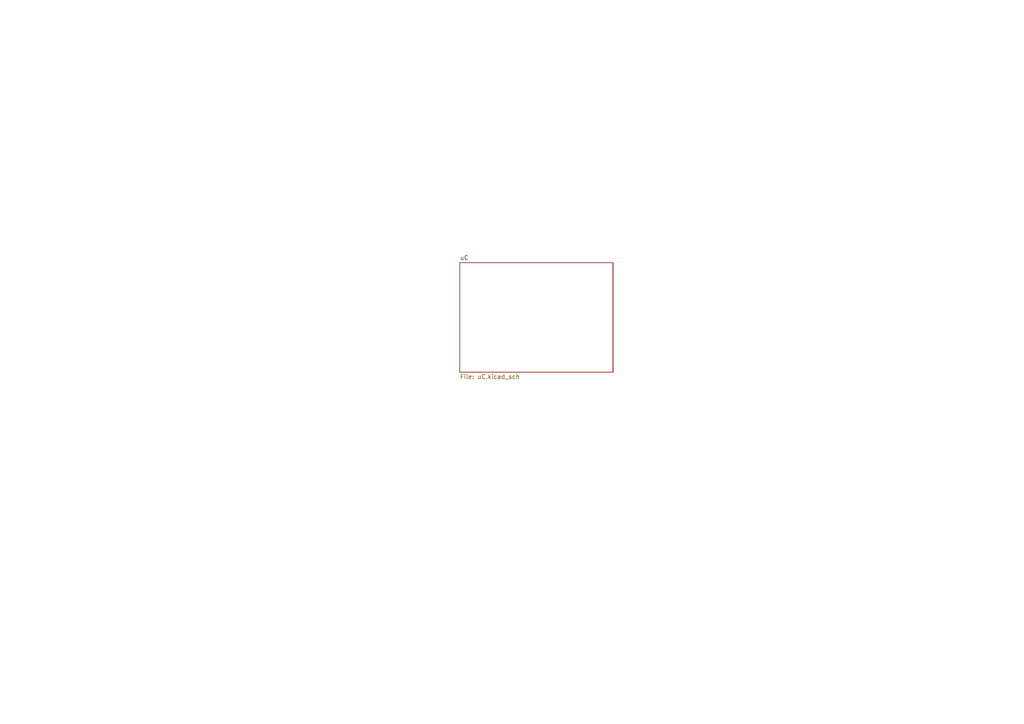
<source format=kicad_sch>
(kicad_sch
	(version 20250114)
	(generator "eeschema")
	(generator_version "9.0")
	(uuid "d0e4440f-30f7-4c41-bfa8-64adfda5fccb")
	(paper "A4")
	(lib_symbols)
	(sheet
		(at 133.35 76.2)
		(size 44.45 31.75)
		(exclude_from_sim no)
		(in_bom yes)
		(on_board yes)
		(dnp no)
		(fields_autoplaced yes)
		(stroke
			(width 0.1524)
			(type solid)
		)
		(fill
			(color 0 0 0 0.0000)
		)
		(uuid "053dd084-68da-4477-9284-a2aa4af0c945")
		(property "Sheetname" "uC"
			(at 133.35 75.4884 0)
			(effects
				(font
					(size 1.27 1.27)
				)
				(justify left bottom)
			)
		)
		(property "Sheetfile" "uC.kicad_sch"
			(at 133.35 108.5346 0)
			(effects
				(font
					(size 1.27 1.27)
				)
				(justify left top)
			)
		)
		(instances
			(project "Wheel-Dashboard_2.5"
				(path "/d0e4440f-30f7-4c41-bfa8-64adfda5fccb"
					(page "2")
				)
			)
		)
	)
	(sheet_instances
		(path "/"
			(page "1")
		)
	)
	(embedded_fonts no)
)

</source>
